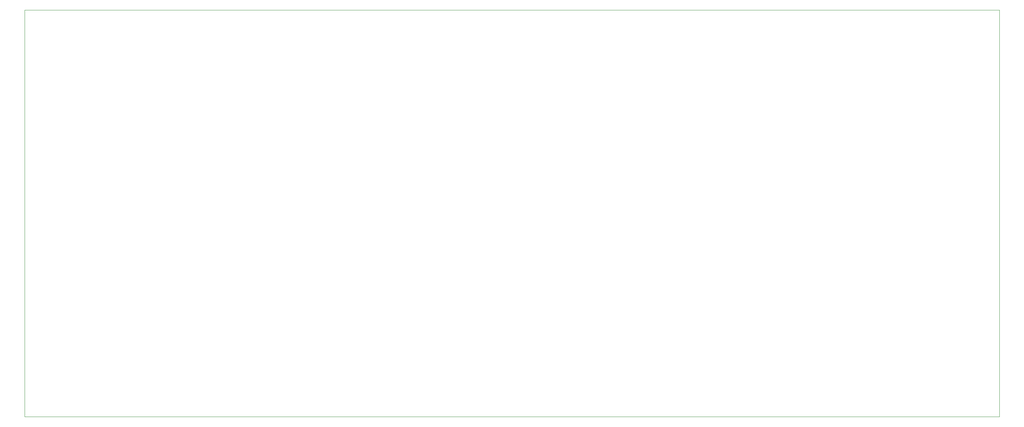
<source format=gbr>
G04 #@! TF.GenerationSoftware,KiCad,Pcbnew,5.1.6+dfsg1-1~bpo10+1*
G04 #@! TF.CreationDate,2020-05-26T13:58:41+10:00*
G04 #@! TF.ProjectId,FISC,46495343-2e6b-4696-9361-645f70636258,rev?*
G04 #@! TF.SameCoordinates,Original*
G04 #@! TF.FileFunction,Profile,NP*
%FSLAX46Y46*%
G04 Gerber Fmt 4.6, Leading zero omitted, Abs format (unit mm)*
G04 Created by KiCad (PCBNEW 5.1.6+dfsg1-1~bpo10+1) date 2020-05-26 13:58:41*
%MOMM*%
%LPD*%
G01*
G04 APERTURE LIST*
G04 #@! TA.AperFunction,Profile*
%ADD10C,0.050000*%
G04 #@! TD*
G04 APERTURE END LIST*
D10*
X17780000Y-15240000D02*
X17780000Y-111760000D01*
X249047000Y-15240000D02*
X17780000Y-15240000D01*
X249047000Y-111760000D02*
X17780000Y-111760000D01*
X249047000Y-15240000D02*
X249047000Y-111760000D01*
M02*

</source>
